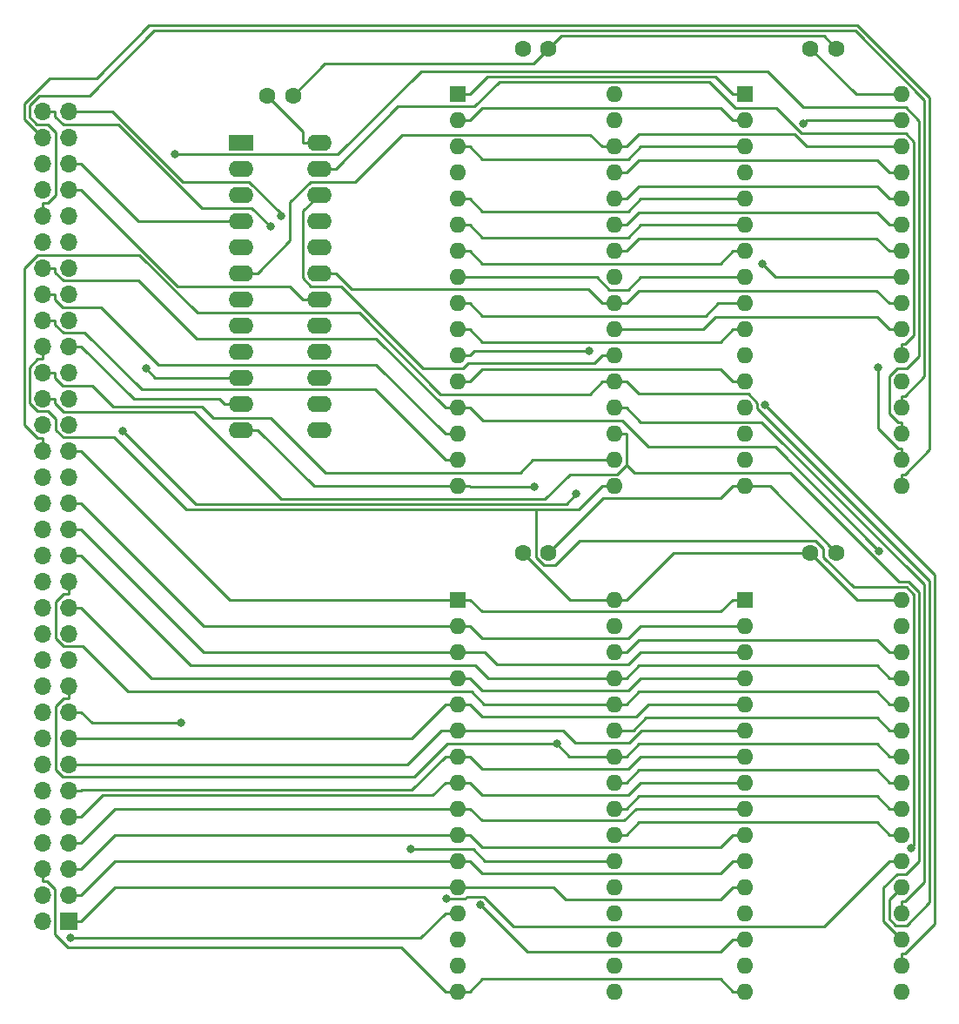
<source format=gtl>
G04 #@! TF.GenerationSoftware,KiCad,Pcbnew,(6.0.2)*
G04 #@! TF.CreationDate,2022-10-15T16:32:30-07:00*
G04 #@! TF.ProjectId,RAM and ROM,52414d20-616e-4642-9052-4f4d2e6b6963,1.0*
G04 #@! TF.SameCoordinates,Original*
G04 #@! TF.FileFunction,Copper,L1,Top*
G04 #@! TF.FilePolarity,Positive*
%FSLAX46Y46*%
G04 Gerber Fmt 4.6, Leading zero omitted, Abs format (unit mm)*
G04 Created by KiCad (PCBNEW (6.0.2)) date 2022-10-15 16:32:30*
%MOMM*%
%LPD*%
G01*
G04 APERTURE LIST*
G04 #@! TA.AperFunction,ComponentPad*
%ADD10R,2.400000X1.600000*%
G04 #@! TD*
G04 #@! TA.AperFunction,ComponentPad*
%ADD11O,2.400000X1.600000*%
G04 #@! TD*
G04 #@! TA.AperFunction,ComponentPad*
%ADD12C,1.600000*%
G04 #@! TD*
G04 #@! TA.AperFunction,ComponentPad*
%ADD13R,1.600000X1.600000*%
G04 #@! TD*
G04 #@! TA.AperFunction,ComponentPad*
%ADD14O,1.600000X1.600000*%
G04 #@! TD*
G04 #@! TA.AperFunction,ComponentPad*
%ADD15R,1.700000X1.700000*%
G04 #@! TD*
G04 #@! TA.AperFunction,ComponentPad*
%ADD16O,1.700000X1.700000*%
G04 #@! TD*
G04 #@! TA.AperFunction,ViaPad*
%ADD17C,0.800000*%
G04 #@! TD*
G04 #@! TA.AperFunction,Conductor*
%ADD18C,0.254000*%
G04 #@! TD*
G04 APERTURE END LIST*
D10*
X119888000Y-60198000D03*
D11*
X119888000Y-62738000D03*
X119888000Y-65278000D03*
X119888000Y-67818000D03*
X119888000Y-70358000D03*
X119888000Y-72898000D03*
X119888000Y-75438000D03*
X119888000Y-77978000D03*
X119888000Y-80518000D03*
X119888000Y-83058000D03*
X119888000Y-85598000D03*
X119888000Y-88138000D03*
X127508000Y-88138000D03*
X127508000Y-85598000D03*
X127508000Y-83058000D03*
X127508000Y-80518000D03*
X127508000Y-77978000D03*
X127508000Y-75438000D03*
X127508000Y-72898000D03*
X127508000Y-70358000D03*
X127508000Y-67818000D03*
X127508000Y-65278000D03*
X127508000Y-62738000D03*
X127508000Y-60198000D03*
D12*
X122448000Y-55626000D03*
X124948000Y-55626000D03*
D13*
X140945000Y-104648000D03*
D14*
X140945000Y-107188000D03*
X140945000Y-109728000D03*
X140945000Y-112268000D03*
X140945000Y-114808000D03*
X140945000Y-117348000D03*
X140945000Y-119888000D03*
X140945000Y-122428000D03*
X140945000Y-124968000D03*
X140945000Y-127508000D03*
X140945000Y-130048000D03*
X140945000Y-132588000D03*
X140945000Y-135128000D03*
X140945000Y-137668000D03*
X140945000Y-140208000D03*
X140945000Y-142748000D03*
X156185000Y-142748000D03*
X156185000Y-140208000D03*
X156185000Y-137668000D03*
X156185000Y-135128000D03*
X156185000Y-132588000D03*
X156185000Y-130048000D03*
X156185000Y-127508000D03*
X156185000Y-124968000D03*
X156185000Y-122428000D03*
X156185000Y-119888000D03*
X156185000Y-117348000D03*
X156185000Y-114808000D03*
X156185000Y-112268000D03*
X156185000Y-109728000D03*
X156185000Y-107188000D03*
X156185000Y-104648000D03*
D12*
X147320000Y-100076000D03*
X149820000Y-100076000D03*
X175285000Y-51054000D03*
X177785000Y-51054000D03*
X175285000Y-100076000D03*
X177785000Y-100076000D03*
X147320000Y-51054000D03*
X149820000Y-51054000D03*
D13*
X140945000Y-55536000D03*
D14*
X140945000Y-58076000D03*
X140945000Y-60616000D03*
X140945000Y-63156000D03*
X140945000Y-65696000D03*
X140945000Y-68236000D03*
X140945000Y-70776000D03*
X140945000Y-73316000D03*
X140945000Y-75856000D03*
X140945000Y-78396000D03*
X140945000Y-80936000D03*
X140945000Y-83476000D03*
X140945000Y-86016000D03*
X140945000Y-88556000D03*
X140945000Y-91096000D03*
X140945000Y-93636000D03*
X156185000Y-93636000D03*
X156185000Y-91096000D03*
X156185000Y-88556000D03*
X156185000Y-86016000D03*
X156185000Y-83476000D03*
X156185000Y-80936000D03*
X156185000Y-78396000D03*
X156185000Y-75856000D03*
X156185000Y-73316000D03*
X156185000Y-70776000D03*
X156185000Y-68236000D03*
X156185000Y-65696000D03*
X156185000Y-63156000D03*
X156185000Y-60616000D03*
X156185000Y-58076000D03*
X156185000Y-55536000D03*
D15*
X103124000Y-135895000D03*
D16*
X100584000Y-135895000D03*
X103124000Y-133355000D03*
X100584000Y-133355000D03*
X103124000Y-130815000D03*
X100584000Y-130815000D03*
X103124000Y-128275000D03*
X100584000Y-128275000D03*
X103124000Y-125735000D03*
X100584000Y-125735000D03*
X103124000Y-123195000D03*
X100584000Y-123195000D03*
X103124000Y-120655000D03*
X100584000Y-120655000D03*
X103124000Y-118115000D03*
X100584000Y-118115000D03*
X103124000Y-115575000D03*
X100584000Y-115575000D03*
X103124000Y-113035000D03*
X100584000Y-113035000D03*
X103124000Y-110495000D03*
X100584000Y-110495000D03*
X103124000Y-107955000D03*
X100584000Y-107955000D03*
X103124000Y-105415000D03*
X100584000Y-105415000D03*
X103124000Y-102875000D03*
X100584000Y-102875000D03*
X103124000Y-100335000D03*
X100584000Y-100335000D03*
X103124000Y-97795000D03*
X100584000Y-97795000D03*
X103124000Y-95255000D03*
X100584000Y-95255000D03*
X103124000Y-92715000D03*
X100584000Y-92715000D03*
X103124000Y-90175000D03*
X100584000Y-90175000D03*
X103124000Y-87635000D03*
X100584000Y-87635000D03*
X103124000Y-85095000D03*
X100584000Y-85095000D03*
X103124000Y-82555000D03*
X100584000Y-82555000D03*
X103124000Y-80015000D03*
X100584000Y-80015000D03*
X103124000Y-77475000D03*
X100584000Y-77475000D03*
X103124000Y-74935000D03*
X100584000Y-74935000D03*
X103124000Y-72395000D03*
X100584000Y-72395000D03*
X103124000Y-69855000D03*
X100584000Y-69855000D03*
X103124000Y-67315000D03*
X100584000Y-67315000D03*
X103124000Y-64775000D03*
X100584000Y-64775000D03*
X103124000Y-62235000D03*
X100584000Y-62235000D03*
X103124000Y-59695000D03*
X100584000Y-59695000D03*
X103124000Y-57155000D03*
X100584000Y-57155000D03*
D13*
X168910000Y-104648000D03*
D14*
X168910000Y-107188000D03*
X168910000Y-109728000D03*
X168910000Y-112268000D03*
X168910000Y-114808000D03*
X168910000Y-117348000D03*
X168910000Y-119888000D03*
X168910000Y-122428000D03*
X168910000Y-124968000D03*
X168910000Y-127508000D03*
X168910000Y-130048000D03*
X168910000Y-132588000D03*
X168910000Y-135128000D03*
X168910000Y-137668000D03*
X168910000Y-140208000D03*
X168910000Y-142748000D03*
X184150000Y-142748000D03*
X184150000Y-140208000D03*
X184150000Y-137668000D03*
X184150000Y-135128000D03*
X184150000Y-132588000D03*
X184150000Y-130048000D03*
X184150000Y-127508000D03*
X184150000Y-124968000D03*
X184150000Y-122428000D03*
X184150000Y-119888000D03*
X184150000Y-117348000D03*
X184150000Y-114808000D03*
X184150000Y-112268000D03*
X184150000Y-109728000D03*
X184150000Y-107188000D03*
X184150000Y-104648000D03*
D13*
X168910000Y-55536000D03*
D14*
X168910000Y-58076000D03*
X168910000Y-60616000D03*
X168910000Y-63156000D03*
X168910000Y-65696000D03*
X168910000Y-68236000D03*
X168910000Y-70776000D03*
X168910000Y-73316000D03*
X168910000Y-75856000D03*
X168910000Y-78396000D03*
X168910000Y-80936000D03*
X168910000Y-83476000D03*
X168910000Y-86016000D03*
X168910000Y-88556000D03*
X168910000Y-91096000D03*
X168910000Y-93636000D03*
X184150000Y-93636000D03*
X184150000Y-91096000D03*
X184150000Y-88556000D03*
X184150000Y-86016000D03*
X184150000Y-83476000D03*
X184150000Y-80936000D03*
X184150000Y-78396000D03*
X184150000Y-75856000D03*
X184150000Y-73316000D03*
X184150000Y-70776000D03*
X184150000Y-68236000D03*
X184150000Y-65696000D03*
X184150000Y-63156000D03*
X184150000Y-60616000D03*
X184150000Y-58076000D03*
X184150000Y-55536000D03*
D17*
X139865100Y-133769300D03*
X136373700Y-128866700D03*
X152488100Y-94395400D03*
X108368900Y-88270000D03*
X170896300Y-85762000D03*
X185062300Y-128778000D03*
X143213100Y-134298800D03*
X181961300Y-99932200D03*
X113454600Y-61379400D03*
X181904500Y-82072700D03*
X122762500Y-68401800D03*
X123810000Y-67344700D03*
X103293200Y-137545300D03*
X110670600Y-82172000D03*
X174586700Y-58416800D03*
X170599000Y-72046000D03*
X150601900Y-118682900D03*
X114083900Y-116629000D03*
X153790600Y-80462500D03*
X148432400Y-93699200D03*
D18*
X125908100Y-66877900D02*
X127508000Y-65278000D01*
X125908100Y-73383600D02*
X125908100Y-66877900D01*
X126692500Y-74168000D02*
X125908100Y-73383600D01*
X129640300Y-74168000D02*
X126692500Y-74168000D01*
X137612700Y-82140400D02*
X129640300Y-74168000D01*
X141529400Y-82140400D02*
X137612700Y-82140400D01*
X141988700Y-81681100D02*
X141529400Y-82140400D01*
X154258600Y-81681100D02*
X141988700Y-81681100D01*
X155003700Y-80936000D02*
X154258600Y-81681100D01*
X156185000Y-80936000D02*
X155003700Y-80936000D01*
X184150000Y-130048000D02*
X182968700Y-130048000D01*
X141617900Y-133769300D02*
X139865100Y-133769300D01*
X141869700Y-133517500D02*
X141617900Y-133769300D01*
X143536700Y-133517500D02*
X141869700Y-133517500D01*
X146417200Y-136398000D02*
X143536700Y-133517500D01*
X176618700Y-136398000D02*
X146417200Y-136398000D01*
X182968700Y-130048000D02*
X176618700Y-136398000D01*
X142464700Y-128866700D02*
X136373700Y-128866700D01*
X143646000Y-130048000D02*
X142464700Y-128866700D01*
X156185000Y-130048000D02*
X143646000Y-130048000D01*
X158556900Y-123777400D02*
X157366300Y-124968000D01*
X181778100Y-123777400D02*
X158556900Y-123777400D01*
X182968700Y-124968000D02*
X181778100Y-123777400D01*
X184150000Y-124968000D02*
X182968700Y-124968000D01*
X156185000Y-124968000D02*
X157366300Y-124968000D01*
X127508000Y-72898000D02*
X129089300Y-72898000D01*
X156185000Y-75856000D02*
X155003700Y-75856000D01*
X158590500Y-74631800D02*
X157366300Y-75856000D01*
X181744500Y-74631800D02*
X158590500Y-74631800D01*
X182968700Y-75856000D02*
X181744500Y-74631800D01*
X184150000Y-75856000D02*
X182968700Y-75856000D01*
X156185000Y-75856000D02*
X157366300Y-75856000D01*
X153645100Y-74497400D02*
X155003700Y-75856000D01*
X130688700Y-74497400D02*
X153645100Y-74497400D01*
X129089300Y-72898000D02*
X130688700Y-74497400D01*
X184150000Y-80936000D02*
X184150000Y-79754700D01*
X127508000Y-62738000D02*
X129089300Y-62738000D01*
X184519200Y-79754700D02*
X184150000Y-79754700D01*
X185367000Y-78906900D02*
X184519200Y-79754700D01*
X185367000Y-60158200D02*
X185367000Y-78906900D01*
X184554800Y-59346000D02*
X185367000Y-60158200D01*
X174411100Y-59346000D02*
X184554800Y-59346000D01*
X171950700Y-56885600D02*
X174411100Y-59346000D01*
X167990000Y-56885600D02*
X171950700Y-56885600D01*
X165431700Y-54327300D02*
X167990000Y-56885600D01*
X145016100Y-54327300D02*
X165431700Y-54327300D01*
X142626000Y-56717400D02*
X145016100Y-54327300D01*
X135109900Y-56717400D02*
X142626000Y-56717400D01*
X129089300Y-62738000D02*
X135109900Y-56717400D01*
X184150000Y-104648000D02*
X182968700Y-104648000D01*
X125926700Y-59104700D02*
X122448000Y-55626000D01*
X125926700Y-60198000D02*
X125926700Y-59104700D01*
X127508000Y-60198000D02*
X125926700Y-60198000D01*
X179767000Y-55536000D02*
X175285000Y-51054000D01*
X184150000Y-55536000D02*
X179767000Y-55536000D01*
X151892000Y-104648000D02*
X155003700Y-104648000D01*
X147320000Y-100076000D02*
X151892000Y-104648000D01*
X156185000Y-104648000D02*
X155003700Y-104648000D01*
X156185000Y-104648000D02*
X157366300Y-104648000D01*
X161938300Y-100076000D02*
X157366300Y-104648000D01*
X175285000Y-100076000D02*
X161938300Y-100076000D01*
X179857000Y-104648000D02*
X175285000Y-100076000D01*
X182968700Y-104648000D02*
X179857000Y-104648000D01*
X103124000Y-64775000D02*
X104355300Y-64775000D01*
X127508000Y-75438000D02*
X125926700Y-75438000D01*
X113748300Y-74168000D02*
X104355300Y-64775000D01*
X124656700Y-74168000D02*
X113748300Y-74168000D01*
X125926700Y-75438000D02*
X124656700Y-74168000D01*
X184150000Y-63156000D02*
X182968700Y-63156000D01*
X158566700Y-61955600D02*
X157366300Y-63156000D01*
X181768300Y-61955600D02*
X158566700Y-61955600D01*
X182968700Y-63156000D02*
X181768300Y-61955600D01*
X156775700Y-63156000D02*
X157366300Y-63156000D01*
X156775700Y-63156000D02*
X156185000Y-63156000D01*
X109938300Y-67818000D02*
X104355300Y-62235000D01*
X119888000Y-67818000D02*
X109938300Y-67818000D01*
X103124000Y-62235000D02*
X104355300Y-62235000D01*
X156775700Y-83476000D02*
X157366300Y-83476000D01*
X182949000Y-133789000D02*
X184150000Y-132588000D01*
X182949000Y-135668700D02*
X182949000Y-133789000D01*
X183593900Y-136313600D02*
X182949000Y-135668700D01*
X184637000Y-136313600D02*
X183593900Y-136313600D01*
X186875500Y-134075100D02*
X184637000Y-136313600D01*
X186875500Y-102845900D02*
X186875500Y-134075100D01*
X170115000Y-86085400D02*
X186875500Y-102845900D01*
X170115000Y-85543200D02*
X170115000Y-86085400D01*
X169229100Y-84657300D02*
X170115000Y-85543200D01*
X158547600Y-84657300D02*
X169229100Y-84657300D01*
X157366300Y-83476000D02*
X158547600Y-84657300D01*
X156775700Y-83476000D02*
X156185000Y-83476000D01*
X100073800Y-88943700D02*
X100584000Y-88943700D01*
X98793200Y-87663100D02*
X100073800Y-88943700D01*
X98793200Y-72438400D02*
X98793200Y-87663100D01*
X100106600Y-71125000D02*
X98793200Y-72438400D01*
X109986300Y-71125000D02*
X100106600Y-71125000D01*
X115647000Y-76785700D02*
X109986300Y-71125000D01*
X131395700Y-76785700D02*
X115647000Y-76785700D01*
X139276600Y-84666600D02*
X131395700Y-76785700D01*
X153813100Y-84666600D02*
X139276600Y-84666600D01*
X155003700Y-83476000D02*
X153813100Y-84666600D01*
X156185000Y-83476000D02*
X155003700Y-83476000D01*
X100584000Y-90175000D02*
X100584000Y-88943700D01*
X184150000Y-135128000D02*
X184150000Y-133946700D01*
X115461800Y-95362900D02*
X108368900Y-88270000D01*
X151520600Y-95362900D02*
X115461800Y-95362900D01*
X152488100Y-94395400D02*
X151520600Y-95362900D01*
X156185000Y-86016000D02*
X157366300Y-86016000D01*
X184519200Y-133946700D02*
X184150000Y-133946700D01*
X186367200Y-132098700D02*
X184519200Y-133946700D01*
X186367200Y-103173700D02*
X186367200Y-132098700D01*
X170568200Y-87374700D02*
X186367200Y-103173700D01*
X158725000Y-87374700D02*
X170568200Y-87374700D01*
X157366300Y-86016000D02*
X158725000Y-87374700D01*
X156185000Y-88556000D02*
X157366300Y-88556000D01*
X100584000Y-85095000D02*
X101815300Y-85095000D01*
X156501400Y-92454600D02*
X157366300Y-91589700D01*
X151868200Y-92454600D02*
X156501400Y-92454600D01*
X149470400Y-94852400D02*
X151868200Y-92454600D01*
X123813100Y-94852400D02*
X149470400Y-94852400D01*
X115321200Y-86360500D02*
X123813100Y-94852400D01*
X102619100Y-86360500D02*
X115321200Y-86360500D01*
X101815300Y-85556700D02*
X102619100Y-86360500D01*
X101815300Y-85095000D02*
X101815300Y-85556700D01*
X157366300Y-91589700D02*
X157366300Y-88556000D01*
X182401800Y-135919800D02*
X184150000Y-137668000D01*
X182401800Y-132624200D02*
X182401800Y-135919800D01*
X183708000Y-131318000D02*
X182401800Y-132624200D01*
X184594600Y-131318000D02*
X183708000Y-131318000D01*
X185858900Y-130053700D02*
X184594600Y-131318000D01*
X185858900Y-103960200D02*
X185858900Y-130053700D01*
X184842100Y-102943400D02*
X185858900Y-103960200D01*
X183867700Y-102943400D02*
X184842100Y-102943400D01*
X173290300Y-92366000D02*
X183867700Y-102943400D01*
X158142600Y-92366000D02*
X173290300Y-92366000D01*
X157366300Y-91589700D02*
X158142600Y-92366000D01*
X101815300Y-83065200D02*
X101815300Y-82555000D01*
X102575100Y-83825000D02*
X101815300Y-83065200D01*
X105415800Y-83825000D02*
X102575100Y-83825000D01*
X107442900Y-85852100D02*
X105415800Y-83825000D01*
X116072200Y-85852100D02*
X107442900Y-85852100D01*
X117176700Y-86956600D02*
X116072200Y-85852100D01*
X122774100Y-86956600D02*
X117176700Y-86956600D01*
X128104100Y-92286600D02*
X122774100Y-86956600D01*
X147084000Y-92286600D02*
X128104100Y-92286600D01*
X148274600Y-91096000D02*
X147084000Y-92286600D01*
X156185000Y-91096000D02*
X148274600Y-91096000D01*
X100584000Y-82555000D02*
X101815300Y-82555000D01*
X187383900Y-102249600D02*
X170896300Y-85762000D01*
X187383900Y-136162000D02*
X187383900Y-102249600D01*
X184519200Y-139026700D02*
X187383900Y-136162000D01*
X184150000Y-139026700D02*
X184519200Y-139026700D01*
X184150000Y-140208000D02*
X184150000Y-139026700D01*
X100584000Y-80015000D02*
X100584000Y-81246300D01*
X156185000Y-93636000D02*
X155003700Y-93636000D01*
X148570000Y-100502700D02*
X148570000Y-95876000D01*
X149363700Y-101296400D02*
X148570000Y-100502700D01*
X150453800Y-101296400D02*
X149363700Y-101296400D01*
X152858300Y-98891900D02*
X150453800Y-101296400D01*
X175772100Y-98891900D02*
X152858300Y-98891900D01*
X176535000Y-99654800D02*
X175772100Y-98891900D01*
X176535000Y-100502700D02*
X176535000Y-99654800D01*
X179484000Y-103451700D02*
X176535000Y-100502700D01*
X184631600Y-103451700D02*
X179484000Y-103451700D01*
X185350600Y-104170700D02*
X184631600Y-103451700D01*
X185350600Y-128489700D02*
X185350600Y-104170700D01*
X185062300Y-128778000D02*
X185350600Y-128489700D01*
X114542300Y-95876000D02*
X148570000Y-95876000D01*
X107563600Y-88897300D02*
X114542300Y-95876000D01*
X102604000Y-88897300D02*
X107563600Y-88897300D01*
X101854000Y-88147300D02*
X102604000Y-88897300D01*
X101854000Y-87077800D02*
X101854000Y-88147300D01*
X101102500Y-86326300D02*
X101854000Y-87077800D01*
X100073000Y-86326300D02*
X101102500Y-86326300D01*
X99318200Y-85571500D02*
X100073000Y-86326300D01*
X99318200Y-82050400D02*
X99318200Y-85571500D01*
X100122300Y-81246300D02*
X99318200Y-82050400D01*
X100584000Y-81246300D02*
X100122300Y-81246300D01*
X152763700Y-95876000D02*
X155003700Y-93636000D01*
X148570000Y-95876000D02*
X152763700Y-95876000D01*
X132907100Y-84239400D02*
X139763700Y-91096000D01*
X110211600Y-84239400D02*
X132907100Y-84239400D01*
X104678500Y-78706300D02*
X110211600Y-84239400D01*
X102584800Y-78706300D02*
X104678500Y-78706300D01*
X101815300Y-77936800D02*
X102584800Y-78706300D01*
X101815300Y-77475000D02*
X101815300Y-77936800D01*
X100584000Y-77475000D02*
X101815300Y-77475000D01*
X140945000Y-91096000D02*
X139763700Y-91096000D01*
X147767800Y-138853500D02*
X143213100Y-134298800D01*
X166543200Y-138853500D02*
X147767800Y-138853500D01*
X167728700Y-137668000D02*
X166543200Y-138853500D01*
X168910000Y-137668000D02*
X167728700Y-137668000D01*
X101815300Y-75445200D02*
X101815300Y-74935000D01*
X102575100Y-76205000D02*
X101815300Y-75445200D01*
X106306900Y-76205000D02*
X102575100Y-76205000D01*
X111889900Y-81788000D02*
X106306900Y-76205000D01*
X132995700Y-81788000D02*
X111889900Y-81788000D01*
X139763700Y-88556000D02*
X132995700Y-81788000D01*
X140945000Y-88556000D02*
X139763700Y-88556000D01*
X100584000Y-74935000D02*
X101815300Y-74935000D01*
X100584000Y-72395000D02*
X101815300Y-72395000D01*
X140354400Y-86016000D02*
X139763700Y-86016000D01*
X140354400Y-86016000D02*
X140945000Y-86016000D01*
X140945000Y-86016000D02*
X142126300Y-86016000D01*
X171855100Y-89826000D02*
X181961300Y-99932200D01*
X159495200Y-89826000D02*
X171855100Y-89826000D01*
X156955200Y-87286000D02*
X159495200Y-89826000D01*
X143396300Y-87286000D02*
X156955200Y-87286000D01*
X142126300Y-86016000D02*
X143396300Y-87286000D01*
X133053100Y-79305400D02*
X139763700Y-86016000D01*
X115586600Y-79305400D02*
X133053100Y-79305400D01*
X109907500Y-73626300D02*
X115586600Y-79305400D01*
X102584800Y-73626300D02*
X109907500Y-73626300D01*
X101815300Y-72856800D02*
X102584800Y-73626300D01*
X101815300Y-72395000D02*
X101815300Y-72856800D01*
X184150000Y-86016000D02*
X184150000Y-84834700D01*
X100584000Y-67315000D02*
X100584000Y-66083700D01*
X101094200Y-66083700D02*
X100584000Y-66083700D01*
X101854000Y-65323900D02*
X101094200Y-66083700D01*
X101854000Y-59197800D02*
X101854000Y-65323900D01*
X101081200Y-58425000D02*
X101854000Y-59197800D01*
X100033000Y-58425000D02*
X101081200Y-58425000D01*
X99323500Y-57715500D02*
X100033000Y-58425000D01*
X99323500Y-56611400D02*
X99323500Y-57715500D01*
X100266100Y-55668800D02*
X99323500Y-56611400D01*
X105139000Y-55668800D02*
X100266100Y-55668800D01*
X111458900Y-49348900D02*
X105139000Y-55668800D01*
X179692600Y-49348900D02*
X111458900Y-49348900D01*
X186397900Y-56054200D02*
X179692600Y-49348900D01*
X186397900Y-82956000D02*
X186397900Y-56054200D01*
X184519200Y-84834700D02*
X186397900Y-82956000D01*
X184150000Y-84834700D02*
X184519200Y-84834700D01*
X184150000Y-88556000D02*
X184150000Y-87374700D01*
X129317400Y-61379400D02*
X113454600Y-61379400D01*
X137386300Y-53310500D02*
X129317400Y-61379400D01*
X171081000Y-53310500D02*
X137386300Y-53310500D01*
X174576500Y-56806000D02*
X171081000Y-53310500D01*
X184550700Y-56806000D02*
X174576500Y-56806000D01*
X185889600Y-58144900D02*
X184550700Y-56806000D01*
X185889600Y-80943200D02*
X185889600Y-58144900D01*
X184626800Y-82206000D02*
X185889600Y-80943200D01*
X183720800Y-82206000D02*
X184626800Y-82206000D01*
X182966100Y-82960700D02*
X183720800Y-82206000D01*
X182966100Y-86560000D02*
X182966100Y-82960700D01*
X183780800Y-87374700D02*
X182966100Y-86560000D01*
X184150000Y-87374700D02*
X183780800Y-87374700D01*
X181904500Y-88038400D02*
X181904500Y-82072700D01*
X183780800Y-89914700D02*
X181904500Y-88038400D01*
X184150000Y-89914700D02*
X183780800Y-89914700D01*
X184150000Y-91096000D02*
X184150000Y-89914700D01*
X184150000Y-93636000D02*
X184150000Y-92454700D01*
X98815100Y-57926100D02*
X100584000Y-59695000D01*
X98815100Y-56400800D02*
X98815100Y-57926100D01*
X101282300Y-53933600D02*
X98815100Y-56400800D01*
X105835600Y-53933600D02*
X101282300Y-53933600D01*
X110961100Y-48808100D02*
X105835600Y-53933600D01*
X179870800Y-48808100D02*
X110961100Y-48808100D01*
X186906200Y-55843500D02*
X179870800Y-48808100D01*
X186906200Y-90067700D02*
X186906200Y-55843500D01*
X184519200Y-92454700D02*
X186906200Y-90067700D01*
X184150000Y-92454700D02*
X184519200Y-92454700D01*
X100584000Y-57155000D02*
X101815300Y-57155000D01*
X120908700Y-66548000D02*
X122762500Y-68401800D01*
X116065200Y-66548000D02*
X120908700Y-66548000D01*
X107980800Y-58463600D02*
X116065200Y-66548000D01*
X102613700Y-58463600D02*
X107980800Y-58463600D01*
X101815300Y-57665200D02*
X102613700Y-58463600D01*
X101815300Y-57155000D02*
X101815300Y-57665200D01*
X123810000Y-67125100D02*
X123810000Y-67344700D01*
X120692900Y-64008000D02*
X123810000Y-67125100D01*
X114244000Y-64008000D02*
X120692900Y-64008000D01*
X107391000Y-57155000D02*
X114244000Y-64008000D01*
X103124000Y-57155000D02*
X107391000Y-57155000D01*
X137346400Y-137545300D02*
X103293200Y-137545300D01*
X139763700Y-135128000D02*
X137346400Y-137545300D01*
X140945000Y-135128000D02*
X139763700Y-135128000D01*
X103124000Y-80015000D02*
X104355300Y-80015000D01*
X109448700Y-85108400D02*
X104355300Y-80015000D01*
X117817100Y-85108400D02*
X109448700Y-85108400D01*
X118306700Y-85598000D02*
X117817100Y-85108400D01*
X119888000Y-85598000D02*
X118306700Y-85598000D01*
X111556600Y-83058000D02*
X110670600Y-82172000D01*
X119888000Y-83058000D02*
X111556600Y-83058000D01*
X168910000Y-55536000D02*
X167728700Y-55536000D01*
X140945000Y-55536000D02*
X142126300Y-55536000D01*
X140354400Y-104648000D02*
X139763700Y-104648000D01*
X118828300Y-104648000D02*
X139763700Y-104648000D01*
X104355300Y-90175000D02*
X118828300Y-104648000D01*
X103124000Y-90175000D02*
X104355300Y-90175000D01*
X140354400Y-104648000D02*
X140945000Y-104648000D01*
X166547400Y-105829300D02*
X167728700Y-104648000D01*
X143307600Y-105829300D02*
X166547400Y-105829300D01*
X142126300Y-104648000D02*
X143307600Y-105829300D01*
X140945000Y-104648000D02*
X142126300Y-104648000D01*
X168910000Y-104648000D02*
X167728700Y-104648000D01*
X166011600Y-53818900D02*
X167728700Y-55536000D01*
X143843400Y-53818900D02*
X166011600Y-53818900D01*
X142126300Y-55536000D02*
X143843400Y-53818900D01*
X158547700Y-108546600D02*
X157366300Y-109728000D01*
X181787300Y-108546600D02*
X158547700Y-108546600D01*
X182968700Y-109728000D02*
X181787300Y-108546600D01*
X184150000Y-109728000D02*
X182968700Y-109728000D01*
X156185000Y-109728000D02*
X157366300Y-109728000D01*
X156185000Y-60616000D02*
X155003700Y-60616000D01*
X119888000Y-72898000D02*
X121469300Y-72898000D01*
X184150000Y-60616000D02*
X182968700Y-60616000D01*
X156185000Y-60616000D02*
X157366300Y-60616000D01*
X153821200Y-59433500D02*
X155003700Y-60616000D01*
X135585300Y-59433500D02*
X153821200Y-59433500D01*
X131010800Y-64008000D02*
X135585300Y-59433500D01*
X126702300Y-64008000D02*
X131010800Y-64008000D01*
X124676300Y-66034000D02*
X126702300Y-64008000D01*
X124676300Y-69691000D02*
X124676300Y-66034000D01*
X121469300Y-72898000D02*
X124676300Y-69691000D01*
X174962300Y-60616000D02*
X182968700Y-60616000D01*
X173765300Y-59419000D02*
X174962300Y-60616000D01*
X158563300Y-59419000D02*
X173765300Y-59419000D01*
X157366300Y-60616000D02*
X158563300Y-59419000D01*
X168910000Y-58076000D02*
X167728700Y-58076000D01*
X140945000Y-58076000D02*
X142126300Y-58076000D01*
X140945000Y-107188000D02*
X139763700Y-107188000D01*
X103124000Y-95255000D02*
X104355300Y-95255000D01*
X166538100Y-56885400D02*
X167728700Y-58076000D01*
X143316900Y-56885400D02*
X166538100Y-56885400D01*
X142126300Y-58076000D02*
X143316900Y-56885400D01*
X116288300Y-107188000D02*
X139763700Y-107188000D01*
X104355300Y-95255000D02*
X116288300Y-107188000D01*
X143315100Y-108376800D02*
X142126300Y-107188000D01*
X157587000Y-108376800D02*
X143315100Y-108376800D01*
X158775800Y-107188000D02*
X157587000Y-108376800D01*
X168910000Y-107188000D02*
X158775800Y-107188000D01*
X140945000Y-107188000D02*
X142126300Y-107188000D01*
X140945000Y-109728000D02*
X142126300Y-109728000D01*
X140945000Y-109728000D02*
X139763700Y-109728000D01*
X103124000Y-97795000D02*
X104355300Y-97795000D01*
X143563900Y-109728000D02*
X142126300Y-109728000D01*
X144754500Y-110918600D02*
X143563900Y-109728000D01*
X157585200Y-110918600D02*
X144754500Y-110918600D01*
X158775800Y-109728000D02*
X157585200Y-110918600D01*
X168910000Y-109728000D02*
X158775800Y-109728000D01*
X116288300Y-109728000D02*
X104355300Y-97795000D01*
X139763700Y-109728000D02*
X116288300Y-109728000D01*
X174927500Y-58076000D02*
X174586700Y-58416800D01*
X184150000Y-58076000D02*
X174927500Y-58076000D01*
X158556900Y-111077400D02*
X157366300Y-112268000D01*
X181778100Y-111077400D02*
X158556900Y-111077400D01*
X182968700Y-112268000D02*
X181778100Y-111077400D01*
X184150000Y-112268000D02*
X182968700Y-112268000D01*
X156775700Y-112268000D02*
X157366300Y-112268000D01*
X156775700Y-112268000D02*
X156185000Y-112268000D01*
X115018300Y-110998000D02*
X104355300Y-100335000D01*
X142710300Y-110998000D02*
X115018300Y-110998000D01*
X143980300Y-112268000D02*
X142710300Y-110998000D01*
X156185000Y-112268000D02*
X143980300Y-112268000D01*
X103124000Y-100335000D02*
X104355300Y-100335000D01*
X143316900Y-61806600D02*
X142126300Y-60616000D01*
X157585200Y-61806600D02*
X143316900Y-61806600D01*
X158775800Y-60616000D02*
X157585200Y-61806600D01*
X168910000Y-60616000D02*
X158775800Y-60616000D01*
X140945000Y-60616000D02*
X142126300Y-60616000D01*
X158556900Y-113617400D02*
X157366300Y-114808000D01*
X181778100Y-113617400D02*
X158556900Y-113617400D01*
X182968700Y-114808000D02*
X181778100Y-113617400D01*
X184150000Y-114808000D02*
X182968700Y-114808000D01*
X156775700Y-114808000D02*
X157366300Y-114808000D01*
X156775700Y-114808000D02*
X156185000Y-114808000D01*
X103124000Y-102875000D02*
X103124000Y-104106300D01*
X143498500Y-114808000D02*
X156185000Y-114808000D01*
X142303000Y-113612500D02*
X143498500Y-114808000D01*
X108892700Y-113612500D02*
X142303000Y-113612500D01*
X104466600Y-109186400D02*
X108892700Y-113612500D01*
X102588800Y-109186400D02*
X104466600Y-109186400D01*
X101854000Y-108451600D02*
X102588800Y-109186400D01*
X101854000Y-104866100D02*
X101854000Y-108451600D01*
X102613800Y-104106300D02*
X101854000Y-104866100D01*
X103124000Y-104106300D02*
X102613800Y-104106300D01*
X158572800Y-64489500D02*
X157366300Y-65696000D01*
X181762200Y-64489500D02*
X158572800Y-64489500D01*
X182968700Y-65696000D02*
X181762200Y-64489500D01*
X184150000Y-65696000D02*
X182968700Y-65696000D01*
X156185000Y-65696000D02*
X157366300Y-65696000D01*
X103124000Y-105415000D02*
X104355300Y-105415000D01*
X140945000Y-112268000D02*
X142126300Y-112268000D01*
X143336000Y-113477700D02*
X142126300Y-112268000D01*
X157566100Y-113477700D02*
X143336000Y-113477700D01*
X158775800Y-112268000D02*
X157566100Y-113477700D01*
X168910000Y-112268000D02*
X158775800Y-112268000D01*
X111208300Y-112268000D02*
X104355300Y-105415000D01*
X139763700Y-112268000D02*
X111208300Y-112268000D01*
X140945000Y-112268000D02*
X139763700Y-112268000D01*
X158556900Y-121237400D02*
X157366300Y-122428000D01*
X181778100Y-121237400D02*
X158556900Y-121237400D01*
X182968700Y-122428000D02*
X181778100Y-121237400D01*
X184150000Y-122428000D02*
X182968700Y-122428000D01*
X156775700Y-122428000D02*
X157366300Y-122428000D01*
X156775700Y-122428000D02*
X156185000Y-122428000D01*
X171869000Y-73316000D02*
X170599000Y-72046000D01*
X184150000Y-73316000D02*
X171869000Y-73316000D01*
X158556900Y-126317400D02*
X157366300Y-127508000D01*
X181778100Y-126317400D02*
X158556900Y-126317400D01*
X182968700Y-127508000D02*
X181778100Y-126317400D01*
X184150000Y-127508000D02*
X182968700Y-127508000D01*
X156185000Y-127508000D02*
X157366300Y-127508000D01*
X164829400Y-78396000D02*
X156185000Y-78396000D01*
X166029800Y-77195600D02*
X164829400Y-78396000D01*
X181768300Y-77195600D02*
X166029800Y-77195600D01*
X182968700Y-78396000D02*
X181768300Y-77195600D01*
X184150000Y-78396000D02*
X182968700Y-78396000D01*
X181744500Y-69551800D02*
X182968700Y-70776000D01*
X158590500Y-69551800D02*
X181744500Y-69551800D01*
X157366300Y-70776000D02*
X158590500Y-69551800D01*
X156185000Y-70776000D02*
X157366300Y-70776000D01*
X156185000Y-119888000D02*
X155003700Y-119888000D01*
X103124000Y-113035000D02*
X103124000Y-114266300D01*
X183559400Y-70776000D02*
X182968700Y-70776000D01*
X158583300Y-118671000D02*
X157366300Y-119888000D01*
X181751700Y-118671000D02*
X158583300Y-118671000D01*
X182968700Y-119888000D02*
X181751700Y-118671000D01*
X184150000Y-119888000D02*
X182968700Y-119888000D01*
X156185000Y-119888000D02*
X157366300Y-119888000D01*
X183559400Y-70776000D02*
X184150000Y-70776000D01*
X139953100Y-118682900D02*
X150601900Y-118682900D01*
X136749600Y-121886400D02*
X139953100Y-118682900D01*
X102580500Y-121886400D02*
X136749600Y-121886400D01*
X101854000Y-121159900D02*
X102580500Y-121886400D01*
X101854000Y-115026100D02*
X101854000Y-121159900D01*
X102613800Y-114266300D02*
X101854000Y-115026100D01*
X103124000Y-114266300D02*
X102613800Y-114266300D01*
X151807000Y-119888000D02*
X155003700Y-119888000D01*
X150601900Y-118682900D02*
X151807000Y-119888000D01*
X184150000Y-117348000D02*
X182968700Y-117348000D01*
X158572800Y-67029500D02*
X157366300Y-68236000D01*
X181762200Y-67029500D02*
X158572800Y-67029500D01*
X182968700Y-68236000D02*
X181762200Y-67029500D01*
X184150000Y-68236000D02*
X182968700Y-68236000D01*
X156185000Y-68236000D02*
X157366300Y-68236000D01*
X156775700Y-117348000D02*
X157366300Y-117348000D01*
X156775700Y-117348000D02*
X156185000Y-117348000D01*
X181778100Y-116157400D02*
X182968700Y-117348000D01*
X159275600Y-116157400D02*
X181778100Y-116157400D01*
X158085000Y-117348000D02*
X159275600Y-116157400D01*
X157366300Y-117348000D02*
X158085000Y-117348000D01*
X105409300Y-116629000D02*
X104355300Y-115575000D01*
X114083900Y-116629000D02*
X105409300Y-116629000D01*
X103124000Y-115575000D02*
X104355300Y-115575000D01*
X140945000Y-65696000D02*
X142126300Y-65696000D01*
X159546900Y-114808000D02*
X168910000Y-114808000D01*
X158346500Y-116008400D02*
X159546900Y-114808000D01*
X143326700Y-116008400D02*
X158346500Y-116008400D01*
X142126300Y-114808000D02*
X143326700Y-116008400D01*
X141535700Y-114808000D02*
X142126300Y-114808000D01*
X158775800Y-65696000D02*
X168910000Y-65696000D01*
X157587000Y-66884800D02*
X158775800Y-65696000D01*
X143315100Y-66884800D02*
X157587000Y-66884800D01*
X142126300Y-65696000D02*
X143315100Y-66884800D01*
X141535700Y-114808000D02*
X140945000Y-114808000D01*
X136456700Y-118115000D02*
X103124000Y-118115000D01*
X139763700Y-114808000D02*
X136456700Y-118115000D01*
X140945000Y-114808000D02*
X139763700Y-114808000D01*
X143315100Y-69424800D02*
X142126300Y-68236000D01*
X157587000Y-69424800D02*
X143315100Y-69424800D01*
X158775800Y-68236000D02*
X157587000Y-69424800D01*
X168910000Y-68236000D02*
X158775800Y-68236000D01*
X140945000Y-68236000D02*
X142126300Y-68236000D01*
X158803900Y-117348000D02*
X167728700Y-117348000D01*
X157618000Y-118533900D02*
X158803900Y-117348000D01*
X152441800Y-118533900D02*
X157618000Y-118533900D01*
X151255900Y-117348000D02*
X152441800Y-118533900D01*
X142126300Y-117348000D02*
X151255900Y-117348000D01*
X168910000Y-117348000D02*
X167728700Y-117348000D01*
X141535700Y-117348000D02*
X142126300Y-117348000D01*
X141535700Y-117348000D02*
X140945000Y-117348000D01*
X136048100Y-120655000D02*
X103124000Y-120655000D01*
X139355100Y-117348000D02*
X136048100Y-120655000D01*
X140945000Y-117348000D02*
X139355100Y-117348000D01*
X140945000Y-119888000D02*
X142126300Y-119888000D01*
X140945000Y-119888000D02*
X139763700Y-119888000D01*
X143316900Y-121078600D02*
X142126300Y-119888000D01*
X157585200Y-121078600D02*
X143316900Y-121078600D01*
X158775800Y-119888000D02*
X157585200Y-121078600D01*
X168910000Y-119888000D02*
X158775800Y-119888000D01*
X104402000Y-123148300D02*
X104355300Y-123195000D01*
X136503400Y-123148300D02*
X104402000Y-123148300D01*
X139763700Y-119888000D02*
X136503400Y-123148300D01*
X103124000Y-123195000D02*
X104355300Y-123195000D01*
X143315100Y-71964800D02*
X142126300Y-70776000D01*
X166539900Y-71964800D02*
X143315100Y-71964800D01*
X167728700Y-70776000D02*
X166539900Y-71964800D01*
X168910000Y-70776000D02*
X167728700Y-70776000D01*
X140945000Y-70776000D02*
X142126300Y-70776000D01*
X143316900Y-123618600D02*
X142126300Y-122428000D01*
X157585200Y-123618600D02*
X143316900Y-123618600D01*
X158775800Y-122428000D02*
X157585200Y-123618600D01*
X168910000Y-122428000D02*
X158775800Y-122428000D01*
X140945000Y-122428000D02*
X142126300Y-122428000D01*
X140945000Y-122428000D02*
X139763700Y-122428000D01*
X103124000Y-125735000D02*
X104355300Y-125735000D01*
X154514300Y-73316000D02*
X140945000Y-73316000D01*
X155716800Y-74518500D02*
X154514300Y-73316000D01*
X157573300Y-74518500D02*
X155716800Y-74518500D01*
X158775800Y-73316000D02*
X157573300Y-74518500D01*
X168910000Y-73316000D02*
X158775800Y-73316000D01*
X106433700Y-123656600D02*
X104355300Y-125735000D01*
X138535100Y-123656600D02*
X106433700Y-123656600D01*
X139763700Y-122428000D02*
X138535100Y-123656600D01*
X168910000Y-75856000D02*
X167728700Y-75856000D01*
X140945000Y-75856000D02*
X142126300Y-75856000D01*
X143316900Y-77046600D02*
X142126300Y-75856000D01*
X165100700Y-77046600D02*
X143316900Y-77046600D01*
X166291300Y-75856000D02*
X165100700Y-77046600D01*
X167728700Y-75856000D02*
X166291300Y-75856000D01*
X103124000Y-128275000D02*
X104355300Y-128275000D01*
X143307600Y-126149300D02*
X142126300Y-124968000D01*
X157112200Y-126149300D02*
X143307600Y-126149300D01*
X158293500Y-124968000D02*
X157112200Y-126149300D01*
X168910000Y-124968000D02*
X158293500Y-124968000D01*
X140945000Y-124968000D02*
X139763700Y-124968000D01*
X140945000Y-124968000D02*
X142126300Y-124968000D01*
X107662300Y-124968000D02*
X104355300Y-128275000D01*
X139763700Y-124968000D02*
X107662300Y-124968000D01*
X168910000Y-78396000D02*
X167728700Y-78396000D01*
X140945000Y-78396000D02*
X142126300Y-78396000D01*
X103124000Y-130815000D02*
X104355300Y-130815000D01*
X107662300Y-127508000D02*
X104355300Y-130815000D01*
X139763700Y-127508000D02*
X107662300Y-127508000D01*
X140354400Y-127508000D02*
X139763700Y-127508000D01*
X140354400Y-127508000D02*
X140945000Y-127508000D01*
X166538100Y-128698600D02*
X167728700Y-127508000D01*
X143316900Y-128698600D02*
X166538100Y-128698600D01*
X142126300Y-127508000D02*
X143316900Y-128698600D01*
X140945000Y-127508000D02*
X142126300Y-127508000D01*
X168910000Y-127508000D02*
X167728700Y-127508000D01*
X143315800Y-79585500D02*
X142126300Y-78396000D01*
X166539200Y-79585500D02*
X143315800Y-79585500D01*
X167728700Y-78396000D02*
X166539200Y-79585500D01*
X140945000Y-80936000D02*
X142126300Y-80936000D01*
X142599800Y-80462500D02*
X153790600Y-80462500D01*
X142126300Y-80936000D02*
X142599800Y-80462500D01*
X166539900Y-131236800D02*
X167728700Y-130048000D01*
X143315100Y-131236800D02*
X166539900Y-131236800D01*
X142126300Y-130048000D02*
X143315100Y-131236800D01*
X168910000Y-130048000D02*
X167728700Y-130048000D01*
X141535700Y-130048000D02*
X142126300Y-130048000D01*
X141535700Y-130048000D02*
X140945000Y-130048000D01*
X107662300Y-130048000D02*
X104355300Y-133355000D01*
X140945000Y-130048000D02*
X107662300Y-130048000D01*
X103124000Y-133355000D02*
X104355300Y-133355000D01*
X168910000Y-132588000D02*
X167728700Y-132588000D01*
X140945000Y-132588000D02*
X139763700Y-132588000D01*
X103124000Y-135895000D02*
X104355300Y-135895000D01*
X150286000Y-132588000D02*
X140945000Y-132588000D01*
X151474800Y-133776800D02*
X150286000Y-132588000D01*
X166539900Y-133776800D02*
X151474800Y-133776800D01*
X167728700Y-132588000D02*
X166539900Y-133776800D01*
X107662300Y-132588000D02*
X139763700Y-132588000D01*
X104355300Y-135895000D02*
X107662300Y-132588000D01*
X143335200Y-82267100D02*
X142126300Y-83476000D01*
X166519800Y-82267100D02*
X143335200Y-82267100D01*
X167728700Y-83476000D02*
X166519800Y-82267100D01*
X168910000Y-83476000D02*
X167728700Y-83476000D01*
X140945000Y-83476000D02*
X142126300Y-83476000D01*
X128058000Y-52516000D02*
X124948000Y-55626000D01*
X148358000Y-52516000D02*
X128058000Y-52516000D01*
X149820000Y-51054000D02*
X148358000Y-52516000D01*
X119888000Y-88138000D02*
X121469300Y-88138000D01*
X140945000Y-93636000D02*
X139763700Y-93636000D01*
X151016700Y-49857300D02*
X149820000Y-51054000D01*
X176588300Y-49857300D02*
X151016700Y-49857300D01*
X177785000Y-51054000D02*
X176588300Y-49857300D01*
X166538100Y-141557400D02*
X167728700Y-142748000D01*
X143316900Y-141557400D02*
X166538100Y-141557400D01*
X142126300Y-142748000D02*
X143316900Y-141557400D01*
X140945000Y-142748000D02*
X142126300Y-142748000D01*
X168910000Y-142748000D02*
X167728700Y-142748000D01*
X126967300Y-93636000D02*
X121469300Y-88138000D01*
X139763700Y-93636000D02*
X126967300Y-93636000D01*
X142189500Y-93699200D02*
X142126300Y-93636000D01*
X148432400Y-93699200D02*
X142189500Y-93699200D01*
X140945000Y-93636000D02*
X142126300Y-93636000D01*
X171345000Y-93636000D02*
X168910000Y-93636000D01*
X177785000Y-100076000D02*
X171345000Y-93636000D01*
X155078700Y-94817300D02*
X149820000Y-100076000D01*
X166547400Y-94817300D02*
X155078700Y-94817300D01*
X167728700Y-93636000D02*
X166547400Y-94817300D01*
X168910000Y-93636000D02*
X167728700Y-93636000D01*
X135498800Y-138483100D02*
X139763700Y-142748000D01*
X103065900Y-138483100D02*
X135498800Y-138483100D01*
X101815300Y-137232500D02*
X103065900Y-138483100D01*
X101815300Y-132815800D02*
X101815300Y-137232500D01*
X101045800Y-132046300D02*
X101815300Y-132815800D01*
X100584000Y-132046300D02*
X101045800Y-132046300D01*
X100584000Y-130815000D02*
X100584000Y-132046300D01*
X140945000Y-142748000D02*
X139763700Y-142748000D01*
M02*

</source>
